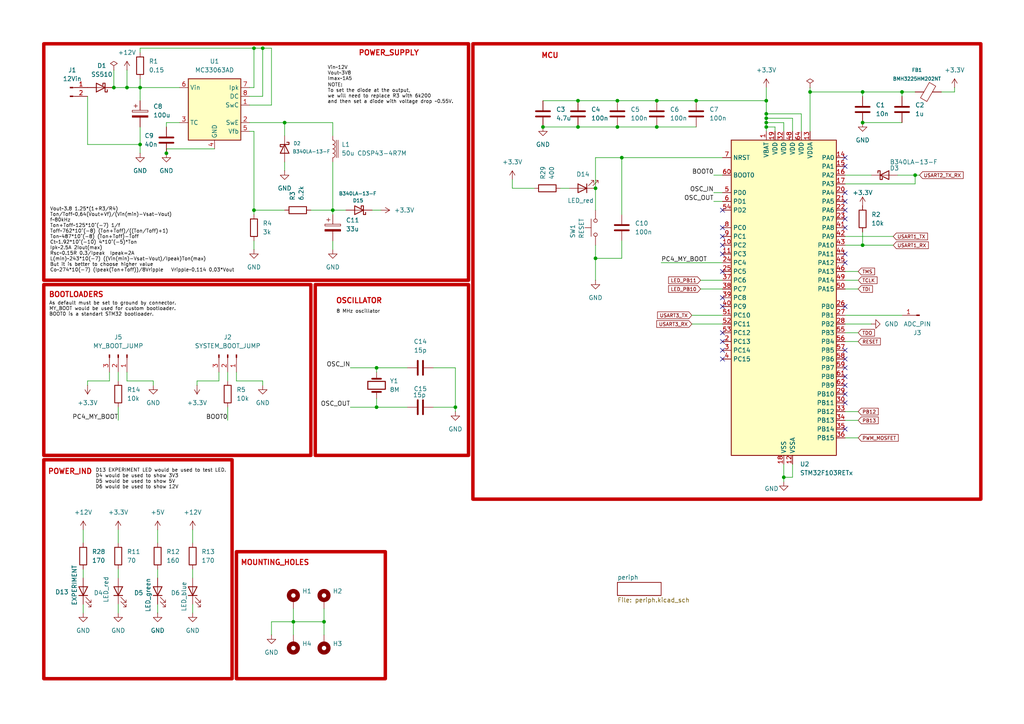
<source format=kicad_sch>
(kicad_sch (version 20250114) (generator "eeschema") (generator_version "9.0")
  (paper "A4")
  (title_block (title "ProgrammLockControl(MCU and power)") (date "2025-11-25") (rev "V2.0") (company "HOMEMADE"))
  (lib_symbols
    (symbol "Connector:Conn_01x01_Pin" (pin_names (offset 1.016) (hide yes))
      (property "Reference" "J" (at 0 2.54 0))
      (property "Value" "Conn_01x01_Pin" (at 0 -2.54 0))
      (symbol "Conn_01x01_Pin_1_1"
        (pin passive line (at 5.08 0 180) (length 3.81) (name "Pin_1") (number "1"))
      )
    )
    (symbol "Connector:Conn_01x02_Pin" (pin_names (offset 1.016) (hide yes))
      (property "Reference" "J" (at 0 2.54 0))
      (property "Value" "Conn_01x02_Pin" (at 0 -5.08 0))
      (symbol "Conn_01x02_Pin_1_1"
        (pin passive line (at 5.08 0 180) (length 3.81) (name "Pin_1") (number "1"))
        (pin passive line (at 5.08 -2.54 180) (length 3.81) (name "Pin_2") (number "2"))
      )
    )
    (symbol "Connector:Conn_01x03_Pin" (pin_names (offset 1.016) (hide yes))
      (property "Reference" "J" (at 0 5.08 0))
      (property "Value" "Conn_01x03_Pin" (at 0 -5.08 0))
      (symbol "Conn_01x03_Pin_1_1"
        (pin passive line (at 5.08 2.54 180) (length 3.81) (name "Pin_1") (number "1"))
        (pin passive line (at 5.08 0 180) (length 3.81) (name "Pin_2") (number "2"))
        (pin passive line (at 5.08 -2.54 180) (length 3.81) (name "Pin_3") (number "3"))
      )
    )
    (symbol "Device:C" (pin_numbers (hide yes)) (pin_names (offset 0.254))
      (property "Reference" "C" (at 0.635 2.54 0))
      (property "Value" "C" (at 0.635 -2.54 0))
      (symbol "C_1_1"
        (pin passive line (at 0 3.81 270) (length 2.794) (name "~") (number "1"))
        (pin passive line (at 0 -3.81 90) (length 2.794) (name "~") (number "2"))
      )
    )
    (symbol "Device:C_Polarized" (pin_numbers (hide yes)) (pin_names (offset 0.254))
      (property "Reference" "C" (at 0.635 2.54 0))
      (property "Value" "C_Polarized" (at 0.635 -2.54 0))
      (symbol "C_Polarized_1_1"
        (pin passive line (at 0 3.81 270) (length 2.794) (name "~") (number "1"))
        (pin passive line (at 0 -3.81 90) (length 2.794) (name "~") (number "2"))
      )
    )
    (symbol "Device:Crystal" (pin_numbers (hide yes)) (pin_names (offset 1.016) (hide yes))
      (property "Reference" "Y" (at 0 3.81 0))
      (property "Value" "Crystal" (at 0 -3.81 0))
      (symbol "Crystal_1_1"
        (pin passive line (at -3.81 0 0) (length 1.27) (name "1") (number "1"))
        (pin passive line (at 3.81 0 180) (length 1.27) (name "2") (number "2"))
      )
    )
    (symbol "Device:FerriteBead" (pin_numbers (hide yes)) (pin_names (offset 0))
      (property "Reference" "FB" (at -3.81 0.635 90))
      (property "Value" "FerriteBead" (at 3.81 0 90))
      (symbol "FerriteBead_1_1"
        (pin passive line (at 0 3.81 270) (length 2.54) (name "~") (number "1"))
        (pin passive line (at 0 -3.81 90) (length 2.54) (name "~") (number "2"))
      )
    )
    (symbol "Device:LED" (pin_numbers (hide yes)) (pin_names (offset 1.016) (hide yes))
      (property "Reference" "D" (at 0 2.54 0))
      (property "Value" "LED" (at 0 -2.54 0))
      (symbol "LED_1_1"
        (pin passive line (at -3.81 0 0) (length 2.54) (name "K") (number "1"))
        (pin passive line (at 3.81 0 180) (length 2.54) (name "A") (number "2"))
      )
    )
    (symbol "Device:L_Iron" (pin_numbers (hide yes)) (pin_names (offset 1.016) (hide yes))
      (property "Reference" "L" (at -1.27 0 90))
      (property "Value" "L_Iron" (at 2.794 0 90))
      (symbol "L_Iron_1_1"
        (pin passive line (at 0 3.81 270) (length 1.27) (name "1") (number "1"))
        (pin passive line (at 0 -3.81 90) (length 1.27) (name "2") (number "2"))
      )
    )
    (symbol "Device:R" (pin_numbers (hide yes)) (pin_names (offset 0))
      (property "Reference" "R" (at 2.032 0 90))
      (property "Value" "R" (at 0 0 90))
      (symbol "R_1_1"
        (pin passive line (at 0 3.81 270) (length 1.27) (name "~") (number "1"))
        (pin passive line (at 0 -3.81 90) (length 1.27) (name "~") (number "2"))
      )
    )
    (symbol "Diode:1N5822" (pin_numbers (hide yes)) (pin_names (offset 1.016) (hide yes))
      (property "Reference" "D" (at 0 2.54 0))
      (property "Value" "1N5822" (at 0 -2.54 0))
      (symbol "1N5822_1_1"
        (pin passive line (at -3.81 0 0) (length 2.54) (name "K") (number "1"))
        (pin passive line (at 3.81 0 180) (length 2.54) (name "A") (number "2"))
      )
    )
    (symbol "Diode:SS38" (pin_numbers (hide yes)) (pin_names (offset 1.016) (hide yes))
      (property "Reference" "D" (at 0 2.54 0))
      (property "Value" "SS38" (at 0 -2.54 0))
      (symbol "SS38_1_1"
        (pin passive line (at -3.81 0 0) (length 2.54) (name "K") (number "1"))
        (pin passive line (at 3.81 0 180) (length 2.54) (name "A") (number "2"))
      )
    )
    (symbol "MCU_ST_STM32F1:STM32F103RETx"
      (property "Reference" "U" (at -15.24 46.99 0))
      (property "Value" "STM32F103RETx" (at 10.16 46.99 0))
      (symbol "STM32F103RETx_1_1"
        (pin input line (at -17.78 40.64 0) (length 2.54) (name "NRST") (number "7"))
        (pin input line (at -17.78 35.56 0) (length 2.54) (name "BOOT0") (number "60"))
        (pin bidirectional line (at -17.78 30.48 0) (length 2.54) (name "PD0") (number "5"))
        (pin bidirectional line (at -17.78 27.94 0) (length 2.54) (name "PD1") (number "6"))
        (pin bidirectional line (at -17.78 25.4 0) (length 2.54) (name "PD2") (number "54"))
        (pin bidirectional line (at -17.78 20.32 0) (length 2.54) (name "PC0") (number "8"))
        (pin bidirectional line (at -17.78 17.78 0) (length 2.54) (name "PC1") (number "9"))
        (pin bidirectional line (at -17.78 15.24 0) (length 2.54) (name "PC2") (number "10"))
        (pin bidirectional line (at -17.78 12.7 0) (length 2.54) (name "PC3") (number "11"))
        (pin bidirectional line (at -17.78 10.16 0) (length 2.54) (name "PC4") (number "24"))
        (pin bidirectional line (at -17.78 7.62 0) (length 2.54) (name "PC5") (number "25"))
        (pin bidirectional line (at -17.78 5.08 0) (length 2.54) (name "PC6") (number "37"))
        (pin bidirectional line (at -17.78 2.54 0) (length 2.54) (name "PC7") (number "38"))
        (pin bidirectional line (at -17.78 0 0) (length 2.54) (name "PC8") (number "39"))
        (pin bidirectional line (at -17.78 -2.54 0) (length 2.54) (name "PC9") (number "40"))
        (pin bidirectional line (at -17.78 -5.08 0) (length 2.54) (name "PC10") (number "51"))
        (pin bidirectional line (at -17.78 -7.62 0) (length 2.54) (name "PC11") (number "52"))
        (pin bidirectional line (at -17.78 -10.16 0) (length 2.54) (name "PC12") (number "53"))
        (pin bidirectional line (at -17.78 -12.7 0) (length 2.54) (name "PC13") (number "2"))
        (pin bidirectional line (at -17.78 -15.24 0) (length 2.54) (name "PC14") (number "3"))
        (pin bidirectional line (at -17.78 -17.78 0) (length 2.54) (name "PC15") (number "4"))
        (pin power_in line (at -5.08 48.26 270) (length 2.54) (name "VBAT") (number "1"))
        (pin power_in line (at -2.54 48.26 270) (length 2.54) (name "VDD") (number "19"))
        (pin power_in line (at 0 48.26 270) (length 2.54) (name "VDD") (number "32"))
        (pin power_in line (at 0 -48.26 90) (length 2.54) (name "VSS") (number "18"))
        (pin passive line (at 0 -48.26 90) (length 2.54) (hide yes) (name "VSS") (number "31"))
        (pin passive line (at 0 -48.26 90) (length 2.54) (hide yes) (name "VSS") (number "47"))
        (pin passive line (at 0 -48.26 90) (length 2.54) (hide yes) (name "VSS") (number "63"))
        (pin power_in line (at 2.54 48.26 270) (length 2.54) (name "VDD") (number "48"))
        (pin power_in line (at 2.54 -48.26 90) (length 2.54) (name "VSSA") (number "12"))
        (pin power_in line (at 5.08 48.26 270) (length 2.54) (name "VDD") (number "64"))
        (pin power_in line (at 7.62 48.26 270) (length 2.54) (name "VDDA") (number "13"))
        (pin bidirectional line (at 17.78 40.64 180) (length 2.54) (name "PA0") (number "14"))
        (pin bidirectional line (at 17.78 38.1 180) (length 2.54) (name "PA1") (number "15"))
        (pin bidirectional line (at 17.78 35.56 180) (length 2.54) (name "PA2") (number "16"))
        (pin bidirectional line (at 17.78 33.02 180) (length 2.54) (name "PA3") (number "17"))
        (pin bidirectional line (at 17.78 30.48 180) (length 2.54) (name "PA4") (number "20"))
        (pin bidirectional line (at 17.78 27.94 180) (length 2.54) (name "PA5") (number "21"))
        (pin bidirectional line (at 17.78 25.4 180) (length 2.54) (name "PA6") (number "22"))
        (pin bidirectional line (at 17.78 22.86 180) (length 2.54) (name "PA7") (number "23"))
        (pin bidirectional line (at 17.78 20.32 180) (length 2.54) (name "PA8") (number "41"))
        (pin bidirectional line (at 17.78 17.78 180) (length 2.54) (name "PA9") (number "42"))
        (pin bidirectional line (at 17.78 15.24 180) (length 2.54) (name "PA10") (number "43"))
        (pin bidirectional line (at 17.78 12.7 180) (length 2.54) (name "PA11") (number "44"))
        (pin bidirectional line (at 17.78 10.16 180) (length 2.54) (name "PA12") (number "45"))
        (pin bidirectional line (at 17.78 7.62 180) (length 2.54) (name "PA13") (number "46"))
        (pin bidirectional line (at 17.78 5.08 180) (length 2.54) (name "PA14") (number "49"))
        (pin bidirectional line (at 17.78 2.54 180) (length 2.54) (name "PA15") (number "50"))
        (pin bidirectional line (at 17.78 -2.54 180) (length 2.54) (name "PB0") (number "26"))
        (pin bidirectional line (at 17.78 -5.08 180) (length 2.54) (name "PB1") (number "27"))
        (pin bidirectional line (at 17.78 -7.62 180) (length 2.54) (name "PB2") (number "28"))
        (pin bidirectional line (at 17.78 -10.16 180) (length 2.54) (name "PB3") (number "55"))
        (pin bidirectional line (at 17.78 -12.7 180) (length 2.54) (name "PB4") (number "56"))
        (pin bidirectional line (at 17.78 -15.24 180) (length 2.54) (name "PB5") (number "57"))
        (pin bidirectional line (at 17.78 -17.78 180) (length 2.54) (name "PB6") (number "58"))
        (pin bidirectional line (at 17.78 -20.32 180) (length 2.54) (name "PB7") (number "59"))
        (pin bidirectional line (at 17.78 -22.86 180) (length 2.54) (name "PB8") (number "61"))
        (pin bidirectional line (at 17.78 -25.4 180) (length 2.54) (name "PB9") (number "62"))
        (pin bidirectional line (at 17.78 -27.94 180) (length 2.54) (name "PB10") (number "29"))
        (pin bidirectional line (at 17.78 -30.48 180) (length 2.54) (name "PB11") (number "30"))
        (pin bidirectional line (at 17.78 -33.02 180) (length 2.54) (name "PB12") (number "33"))
        (pin bidirectional line (at 17.78 -35.56 180) (length 2.54) (name "PB13") (number "34"))
        (pin bidirectional line (at 17.78 -38.1 180) (length 2.54) (name "PB14") (number "35"))
        (pin bidirectional line (at 17.78 -40.64 180) (length 2.54) (name "PB15") (number "36"))
      )
    )
    (symbol "Mechanical:MountingHole_Pad" (pin_numbers (hide yes)) (pin_names (offset 1.016) (hide yes)) (in_bom no)
      (property "Reference" "H" (at 0 6.35 0))
      (property "Value" "MountingHole_Pad" (at 0 4.445 0))
      (symbol "MountingHole_Pad_1_1"
        (pin input line (at 0 -2.54 90) (length 2.54) (name "1") (number "1"))
      )
    )
    (symbol "Regulator_Switching:MC33063AD"
      (property "Reference" "U" (at -7.62 8.89 0))
      (property "Value" "MC33063AD" (at 0 8.89 0))
      (symbol "MC33063AD_1_1"
        (pin power_in line (at -10.16 5.08 0) (length 2.54) (name "Vin") (number "6"))
        (pin passive line (at -10.16 -5.08 0) (length 2.54) (name "TC") (number "3"))
        (pin power_in line (at 0 -12.7 90) (length 2.54) (name "GND") (number "4"))
        (pin input line (at 10.16 5.08 180) (length 2.54) (name "Ipk") (number "7"))
        (pin open_collector line (at 10.16 2.54 180) (length 2.54) (name "DC") (number "8"))
        (pin open_collector line (at 10.16 0 180) (length 2.54) (name "SwC") (number "1"))
        (pin open_emitter line (at 10.16 -5.08 180) (length 2.54) (name "SwE") (number "2"))
        (pin input line (at 10.16 -7.62 180) (length 2.54) (name "Vfb") (number "5"))
      )
    )
    (symbol "Switch:SW_Omron_B3FS" (pin_numbers (hide yes)) (pin_names (offset 1.016) (hide yes))
      (property "Reference" "SW" (at 1.27 2.54 0))
      (property "Value" "SW_Omron_B3FS" (at 0 -1.524 0))
      (symbol "SW_Omron_B3FS_0_1"
        (pin passive line (at -5.08 0 0) (length 2.54) (name "1") (number "1"))
        (pin passive line (at 5.08 0 180) (length 2.54) (name "2") (number "2"))
      )
    )
    (symbol "power:+12V" (power) (pin_numbers (hide yes)) (pin_names (offset 0) (hide yes))
      (property "Value" "+12V" (at 0 3.556 0))
      (symbol "+12V_1_1"
        (pin power_in line (at 0 0 90) (length 0) (name "~") (number "1"))
      )
    )
    (symbol "power:+3.3V" (power) (pin_numbers (hide yes)) (pin_names (offset 0) (hide yes))
      (property "Value" "+3.3V" (at 0 3.556 0))
      (symbol "+3.3V_1_1"
        (pin power_in line (at 0 0 90) (length 0) (name "~") (number "1"))
      )
    )
    (symbol "power:+5V" (power) (pin_numbers (hide yes)) (pin_names (offset 0) (hide yes))
      (property "Value" "+5V" (at 0 3.556 0))
      (symbol "+5V_1_1"
        (pin power_in line (at 0 0 90) (length 0) (name "~") (number "1"))
      )
    )
    (symbol "power:GND" (power) (pin_numbers (hide yes)) (pin_names (offset 0) (hide yes))
      (property "Value" "GND" (at 0 -3.81 0))
      (symbol "GND_1_1"
        (pin power_in line (at 0 0 270) (length 0) (name "~") (number "1"))
      )
    )
    (symbol "power:PWR_FLAG" (power) (pin_numbers (hide yes)) (pin_names (offset 0) (hide yes))
      (property "Value" "PWR_FLAG" (at 0 3.81 0))
      (symbol "PWR_FLAG_0_0"
        (pin power_out line (at 0 0 90) (length 0) (name "~") (number "1"))
      )
    )
  )
  (rectangle (start 12.7 82.55) (end 90.17 132.08) (stroke (width 1) (color 194 0 0 1)))
  (rectangle (start 91.44 82.55) (end 135.89 132.08) (stroke (width 1) (color 194 0 0 1)))
  (rectangle (start 137.16 12.7) (end 284.48 144.78) (stroke (width 1) (color 194 0 0 1)))
  (rectangle (start 68.58 160.02) (end 111.76 196.85) (stroke (width 1) (color 194 0 0 1)))
  (rectangle (start 12.7 12.7) (end 135.89 81.28) (stroke (width 1) (color 194 0 0 1)))
  (rectangle (start 12.7 133.35) (end 67.31 196.85) (stroke (width 1) (color 194 0 0 1)))
  (text "Vin~12V\nVout~3V8\nImax~1A5" (at 94.996 21.336 0) (effects (font (size 1 1) (thickness 0.125)) (justify left)))
  (text "MOUNTING_HOLES\n" (at 79.756 163.322 0) (effects (font (size 1.5 1.5) (thickness 0.3) (bold yes))))
  (text "D13 EXPERIMENT LED would be used to test LED.\nD4 would be used to show 3V3\nD5 would be used to show 5V\nD6 would be used to show 12V" (at 27.686 138.938 0) (effects (font (size 1 1) (thickness 0.125)) (justify left)))
  (text "POWER_IND" (at 20.32 136.906 0) (effects (font (size 1.5 1.5) (thickness 0.3) (bold yes))))
  (text "MCU" (at 159.512 16.256 0) (effects (font (size 1.5 1.5) (thickness 0.3) (bold yes))))
  (text "NOTE:\nTo set the diode at the output, \nwe will need to replace R3 with 6k200\nand then set a diode with voltage drop ~0.55V.\n" (at 94.996 27.178 0) (effects (font (size 1 1) (thickness 0.125)) (justify left)))
  (text "Vout~3.8 1.25*(1+R3/R4)\nTon/Toff~0,64(Vout+Vf)/(Vin(min)-Vsat-Vout)\nf~80kHz\nTon+Toff~125*10^(-7) 1/f\nToff~762*10^(-8) (Ton+Toff)/((Ton/Toff)+1)\nTon~487*10^(-8) (Ton+Toff)-Toff\nCt~1.92*10^(-10) 4*10^(-5)*Ton\nIpk~2.5A 2Iout(max)\nRsc~0.15R 0.3/Ipeak  Ipeak=2A\nL(min)~243*10(-7) ((Vin(min)-Vsat-Vout)/Ipeak)Ton(max) \nBut it is better to choose higher value\nCo~274*10(-7) (Ipeak(Ton+Toff))/8Vripple   Vripple~0,114 0,03*Vout\n" (at 14.478 69.596 0) (effects (font (size 1 1) (thickness 0.125)) (justify left)))
  (text "OSCILLATOR" (at 104.14 87.376 0) (effects (font (size 1.5 1.5) (thickness 0.3) (bold yes))))
  (text "BOOTLOADERS" (at 22.098 85.598 0) (effects (font (size 1.5 1.5) (thickness 0.3) (bold yes))))
  (text "As default must be set to ground by connector.\nMY_BOOT would be used for custom bootloader. \nBOOT0 is a standart STM32 bootloader." (at 14.224 89.662 0) (effects (font (size 1 1) (thickness 0.125)) (justify left)))
  (text "POWER_SUPPLY" (at 112.776 15.494 0) (effects (font (size 1.5 1.5) (thickness 0.3) (bold yes))))
  (text "8 MHz oscillator" (at 97.536 90.424 0) (effects (font (size 1 1) (thickness 0.125)) (justify left)))
  (junction (at 261.62 26.67))
  (junction (at 172.72 74.93))
  (junction (at 222.25 35.56))
  (junction (at 265.43 50.8))
  (junction (at 222.25 33.02))
  (junction (at 132.08 118.11))
  (junction (at 172.72 54.61))
  (junction (at 167.64 36.83))
  (junction (at 250.19 71.12))
  (junction (at 234.95 26.67))
  (junction (at 222.25 34.29))
  (junction (at 180.34 45.72))
  (junction (at 93.98 180.34))
  (junction (at 179.07 36.83))
  (junction (at 40.64 25.4))
  (junction (at 76.2 13.97))
  (junction (at 82.55 35.56))
  (junction (at 109.22 118.11))
  (junction (at 48.26 44.45))
  (junction (at 109.22 106.68))
  (junction (at 167.64 29.21))
  (junction (at 96.52 60.96))
  (junction (at 40.64 41.91))
  (junction (at 227.33 138.43))
  (junction (at 33.02 25.4))
  (junction (at 201.93 29.21))
  (junction (at 250.19 35.56))
  (junction (at 73.66 13.97))
  (junction (at 73.66 60.96))
  (junction (at 190.5 29.21))
  (junction (at 222.25 36.83))
  (junction (at 250.19 26.67))
  (junction (at 222.25 29.21))
  (junction (at 190.5 36.83))
  (junction (at 36.83 25.4))
  (junction (at 157.48 36.83))
  (junction (at 85.09 180.34))
  (junction (at 179.07 29.21))
  (no_connect (at 209.55 104.14))
  (no_connect (at 245.11 114.3))
  (no_connect (at 245.11 124.46))
  (no_connect (at 209.55 86.36))
  (no_connect (at 209.55 60.96))
  (no_connect (at 245.11 55.88))
  (no_connect (at 245.11 63.5))
  (no_connect (at 245.11 73.66))
  (no_connect (at 209.55 101.6))
  (no_connect (at 209.55 78.74))
  (no_connect (at 245.11 109.22))
  (no_connect (at 245.11 76.2))
  (no_connect (at 245.11 101.6))
  (no_connect (at 209.55 96.52))
  (no_connect (at 245.11 111.76))
  (no_connect (at 245.11 58.42))
  (no_connect (at 209.55 66.04))
  (no_connect (at 209.55 99.06))
  (no_connect (at 245.11 88.9))
  (no_connect (at 209.55 73.66))
  (no_connect (at 245.11 45.72))
  (no_connect (at 245.11 116.84))
  (no_connect (at 209.55 88.9))
  (no_connect (at 245.11 106.68))
  (no_connect (at 245.11 66.04))
  (no_connect (at 209.55 71.12))
  (no_connect (at 245.11 60.96))
  (no_connect (at 245.11 104.14))
  (no_connect (at 209.55 68.58))
  (no_connect (at 245.11 48.26))
  (wire (pts (xy 109.22 106.68) (xy 118.11 106.68)))
  (wire (pts (xy 167.64 36.83) (xy 179.07 36.83)))
  (wire (pts (xy 73.66 69.85) (xy 73.66 72.39)))
  (wire (pts (xy 191.77 76.2) (xy 209.55 76.2)))
  (wire (pts (xy 109.22 118.11) (xy 109.22 115.57)))
  (wire (pts (xy 227.33 138.43) (xy 227.33 139.7)))
  (wire (pts (xy 250.19 26.67) (xy 250.19 27.94)))
  (wire (pts (xy 82.55 60.96) (xy 73.66 60.96)))
  (wire (pts (xy 179.07 29.21) (xy 167.64 29.21)))
  (wire (pts (xy 157.48 36.83) (xy 167.64 36.83)))
  (wire (pts (xy 203.2 83.82) (xy 209.55 83.82)))
  (wire (pts (xy 224.79 38.1) (xy 224.79 36.83)))
  (wire (pts (xy 148.59 52.07) (xy 148.59 54.61)))
  (wire (pts (xy 203.2 81.28) (xy 209.55 81.28)))
  (wire (pts (xy 200.66 93.98) (xy 209.55 93.98)))
  (wire (pts (xy 245.11 68.58) (xy 259.08 68.58)))
  (wire (pts (xy 229.87 34.29) (xy 222.25 34.29)))
  (wire (pts (xy 48.26 43.18) (xy 62.23 43.18)))
  (wire (pts (xy 25.4 110.49) (xy 31.75 110.49)))
  (wire (pts (xy 273.05 26.67) (xy 276.86 26.67)))
  (wire (pts (xy 245.11 119.38) (xy 248.92 119.38)))
  (wire (pts (xy 109.22 118.11) (xy 118.11 118.11)))
  (wire (pts (xy 66.04 118.11) (xy 66.04 121.92)))
  (wire (pts (xy 73.66 13.97) (xy 76.2 13.97)))
  (wire (pts (xy 85.09 180.34) (xy 93.98 180.34)))
  (wire (pts (xy 227.33 134.62) (xy 227.33 138.43)))
  (wire (pts (xy 76.2 110.49) (xy 76.2 111.76)))
  (wire (pts (xy 76.2 27.94) (xy 72.39 27.94)))
  (wire (pts (xy 68.58 107.95) (xy 68.58 110.49)))
  (wire (pts (xy 107.95 60.96) (xy 110.49 60.96)))
  (wire (pts (xy 265.43 50.8) (xy 266.7 50.8)))
  (wire (pts (xy 101.6 106.68) (xy 109.22 106.68)))
  (wire (pts (xy 260.35 50.8) (xy 265.43 50.8)))
  (wire (pts (xy 234.95 26.67) (xy 234.95 38.1)))
  (wire (pts (xy 172.72 74.93) (xy 172.72 81.28)))
  (wire (pts (xy 33.02 25.4) (xy 36.83 25.4)))
  (wire (pts (xy 222.25 25.4) (xy 222.25 29.21)))
  (wire (pts (xy 172.72 45.72) (xy 172.72 54.61)))
  (wire (pts (xy 245.11 78.74) (xy 248.92 78.74)))
  (wire (pts (xy 55.88 165.1) (xy 55.88 167.64)))
  (wire (pts (xy 55.88 175.26) (xy 55.88 177.8)))
  (wire (pts (xy 245.11 53.34) (xy 265.43 53.34)))
  (wire (pts (xy 25.4 111.76) (xy 25.4 110.49)))
  (wire (pts (xy 245.11 71.12) (xy 250.19 71.12)))
  (wire (pts (xy 31.75 110.49) (xy 31.75 107.95)))
  (wire (pts (xy 40.64 29.21) (xy 40.64 25.4)))
  (wire (pts (xy 24.13 153.67) (xy 24.13 157.48)))
  (wire (pts (xy 222.25 29.21) (xy 201.93 29.21)))
  (wire (pts (xy 227.33 38.1) (xy 227.33 35.56)))
  (wire (pts (xy 48.26 35.56) (xy 52.07 35.56)))
  (wire (pts (xy 93.98 180.34) (xy 93.98 176.53)))
  (wire (pts (xy 172.72 45.72) (xy 180.34 45.72)))
  (wire (pts (xy 276.86 25.4) (xy 276.86 26.67)))
  (wire (pts (xy 190.5 29.21) (xy 179.07 29.21)))
  (wire (pts (xy 109.22 107.95) (xy 109.22 106.68)))
  (wire (pts (xy 45.72 153.67) (xy 45.72 157.48)))
  (wire (pts (xy 40.64 13.97) (xy 73.66 13.97)))
  (wire (pts (xy 24.13 175.26) (xy 24.13 177.8)))
  (wire (pts (xy 148.59 54.61) (xy 154.94 54.61)))
  (wire (pts (xy 25.4 27.94) (xy 25.4 41.91)))
  (wire (pts (xy 82.55 35.56) (xy 82.55 39.37)))
  (wire (pts (xy 73.66 38.1) (xy 72.39 38.1)))
  (wire (pts (xy 96.52 60.96) (xy 100.33 60.96)))
  (wire (pts (xy 234.95 25.4) (xy 234.95 26.67)))
  (wire (pts (xy 180.34 62.23) (xy 180.34 45.72)))
  (wire (pts (xy 245.11 121.92) (xy 248.92 121.92)))
  (wire (pts (xy 44.45 110.49) (xy 44.45 111.76)))
  (wire (pts (xy 48.26 36.83) (xy 48.26 35.56)))
  (wire (pts (xy 34.29 107.95) (xy 34.29 110.49)))
  (wire (pts (xy 232.41 33.02) (xy 222.25 33.02)))
  (wire (pts (xy 82.55 35.56) (xy 96.52 35.56)))
  (wire (pts (xy 162.56 54.61) (xy 165.1 54.61)))
  (wire (pts (xy 57.15 110.49) (xy 63.5 110.49)))
  (wire (pts (xy 132.08 118.11) (xy 132.08 119.38)))
  (wire (pts (xy 76.2 13.97) (xy 76.2 27.94)))
  (wire (pts (xy 250.19 26.67) (xy 234.95 26.67)))
  (wire (pts (xy 96.52 72.39) (xy 96.52 69.85)))
  (wire (pts (xy 229.87 38.1) (xy 229.87 34.29)))
  (wire (pts (xy 34.29 165.1) (xy 34.29 167.64)))
  (wire (pts (xy 40.64 36.83) (xy 40.64 41.91)))
  (wire (pts (xy 222.25 34.29) (xy 222.25 35.56)))
  (wire (pts (xy 34.29 153.67) (xy 34.29 157.48)))
  (wire (pts (xy 125.73 106.68) (xy 132.08 106.68)))
  (wire (pts (xy 40.64 41.91) (xy 40.64 44.45)))
  (wire (pts (xy 76.2 13.97) (xy 78.74 13.97)))
  (wire (pts (xy 93.98 180.34) (xy 93.98 184.15)))
  (wire (pts (xy 222.25 33.02) (xy 222.25 34.29)))
  (wire (pts (xy 125.73 118.11) (xy 132.08 118.11)))
  (wire (pts (xy 172.72 54.61) (xy 172.72 60.96)))
  (wire (pts (xy 229.87 138.43) (xy 229.87 134.62)))
  (wire (pts (xy 172.72 71.12) (xy 172.72 74.93)))
  (wire (pts (xy 73.66 60.96) (xy 73.66 38.1)))
  (wire (pts (xy 96.52 46.99) (xy 96.52 60.96)))
  (wire (pts (xy 101.6 118.11) (xy 109.22 118.11)))
  (wire (pts (xy 48.26 43.18) (xy 48.26 44.45)))
  (wire (pts (xy 245.11 91.44) (xy 261.62 91.44)))
  (wire (pts (xy 265.43 26.67) (xy 261.62 26.67)))
  (wire (pts (xy 245.11 93.98) (xy 252.73 93.98)))
  (wire (pts (xy 245.11 127) (xy 248.92 127)))
  (wire (pts (xy 132.08 106.68) (xy 132.08 118.11)))
  (wire (pts (xy 57.15 111.76) (xy 57.15 110.49)))
  (wire (pts (xy 90.17 60.96) (xy 96.52 60.96)))
  (wire (pts (xy 40.64 25.4) (xy 52.07 25.4)))
  (wire (pts (xy 78.74 30.48) (xy 72.39 30.48)))
  (wire (pts (xy 245.11 81.28) (xy 248.92 81.28)))
  (wire (pts (xy 222.25 29.21) (xy 222.25 33.02)))
  (wire (pts (xy 261.62 26.67) (xy 261.62 27.94)))
  (wire (pts (xy 85.09 180.34) (xy 85.09 176.53)))
  (wire (pts (xy 25.4 41.91) (xy 40.64 41.91)))
  (wire (pts (xy 82.55 46.99) (xy 82.55 49.53)))
  (wire (pts (xy 207.01 55.88) (xy 209.55 55.88)))
  (wire (pts (xy 250.19 71.12) (xy 259.08 71.12)))
  (wire (pts (xy 180.34 45.72) (xy 209.55 45.72)))
  (wire (pts (xy 245.11 83.82) (xy 248.92 83.82)))
  (wire (pts (xy 245.11 96.52) (xy 248.92 96.52)))
  (wire (pts (xy 190.5 36.83) (xy 201.93 36.83)))
  (wire (pts (xy 40.64 13.97) (xy 40.64 15.24)))
  (wire (pts (xy 245.11 50.8) (xy 252.73 50.8)))
  (wire (pts (xy 68.58 110.49) (xy 76.2 110.49)))
  (wire (pts (xy 34.29 175.26) (xy 34.29 177.8)))
  (wire (pts (xy 222.25 35.56) (xy 222.25 36.83)))
  (wire (pts (xy 265.43 50.8) (xy 265.43 53.34)))
  (wire (pts (xy 96.52 62.23) (xy 96.52 60.96)))
  (wire (pts (xy 34.29 118.11) (xy 34.29 121.92)))
  (wire (pts (xy 180.34 69.85) (xy 180.34 74.93)))
  (wire (pts (xy 78.74 180.34) (xy 85.09 180.34)))
  (wire (pts (xy 78.74 13.97) (xy 78.74 30.48)))
  (wire (pts (xy 96.52 35.56) (xy 96.52 39.37)))
  (wire (pts (xy 45.72 175.26) (xy 45.72 177.8)))
  (wire (pts (xy 167.64 29.21) (xy 157.48 29.21)))
  (wire (pts (xy 63.5 110.49) (xy 63.5 107.95)))
  (wire (pts (xy 45.72 165.1) (xy 45.72 167.64)))
  (wire (pts (xy 36.83 107.95) (xy 36.83 110.49)))
  (wire (pts (xy 66.04 107.95) (xy 66.04 110.49)))
  (wire (pts (xy 36.83 25.4) (xy 40.64 25.4)))
  (wire (pts (xy 207.01 50.8) (xy 209.55 50.8)))
  (wire (pts (xy 40.64 25.4) (xy 40.64 22.86)))
  (wire (pts (xy 227.33 35.56) (xy 222.25 35.56)))
  (wire (pts (xy 227.33 138.43) (xy 229.87 138.43)))
  (wire (pts (xy 222.25 36.83) (xy 222.25 38.1)))
  (wire (pts (xy 224.79 36.83) (xy 222.25 36.83)))
  (wire (pts (xy 36.83 20.32) (xy 36.83 25.4)))
  (wire (pts (xy 180.34 74.93) (xy 172.72 74.93)))
  (wire (pts (xy 55.88 153.67) (xy 55.88 157.48)))
  (wire (pts (xy 179.07 36.83) (xy 190.5 36.83)))
  (wire (pts (xy 36.83 110.49) (xy 44.45 110.49)))
  (wire (pts (xy 207.01 58.42) (xy 209.55 58.42)))
  (wire (pts (xy 232.41 38.1) (xy 232.41 33.02)))
  (wire (pts (xy 78.74 184.15) (xy 78.74 180.34)))
  (wire (pts (xy 24.13 165.1) (xy 24.13 167.64)))
  (wire (pts (xy 261.62 26.67) (xy 250.19 26.67)))
  (wire (pts (xy 33.02 20.32) (xy 33.02 25.4)))
  (wire (pts (xy 85.09 180.34) (xy 85.09 184.15)))
  (wire (pts (xy 200.66 91.44) (xy 209.55 91.44)))
  (wire (pts (xy 245.11 99.06) (xy 248.92 99.06)))
  (wire (pts (xy 261.62 35.56) (xy 250.19 35.56)))
  (wire (pts (xy 250.19 67.31) (xy 250.19 71.12)))
  (wire (pts (xy 72.39 35.56) (xy 82.55 35.56)))
  (wire (pts (xy 201.93 29.21) (xy 190.5 29.21)))
  (wire (pts (xy 73.66 60.96) (xy 73.66 62.23)))
  (wire (pts (xy 73.66 25.4) (xy 72.39 25.4)))
  (wire (pts (xy 73.66 13.97) (xy 73.66 25.4)))
  (label "OSC_OUT" (at 207.01 58.42 180))
  (label "OSC_OUT" (at 101.6 118.11 180))
  (label "PC4_MY_BOOT" (at 191.77 76.2 0))
  (label "BOOT0" (at 66.04 121.92 180))
  (label "PC4_MY_BOOT" (at 34.29 121.92 180))
  (label "BOOT0" (at 207.01 50.8 180))
  (label "OSC_IN" (at 207.01 55.88 180))
  (label "OSC_IN" (at 101.6 106.68 180))
  (global_label "LED_PB10" (shape input) (at 203.2 83.82 180) (effects (font (size 1 1))) (property "Intersheetrefs" "${INTERSHEET_REFS}" (effects (hide yes))))
  (global_label "USART1_TX" (shape input) (at 259.08 68.58 0) (effects (font (size 1 1))) (property "Intersheetrefs" "${INTERSHEET_REFS}" (effects (hide yes))))
  (global_label "USART3_RX" (shape input) (at 200.66 93.98 180) (effects (font (size 1 1))) (property "Intersheetrefs" "${INTERSHEET_REFS}" (effects (hide yes))))
  (global_label "TDO" (shape input) (at 248.92 96.52 0) (effects (font (size 1 1))) (property "Intersheetrefs" "${INTERSHEET_REFS}" (effects (hide yes))))
  (global_label "PB12" (shape input) (at 248.92 119.38 0) (effects (font (size 1 1))) (property "Intersheetrefs" "${INTERSHEET_REFS}" (effects (hide yes))))
  (global_label "TMS" (shape input) (at 248.92 78.74 0) (effects (font (size 1 1))) (property "Intersheetrefs" "${INTERSHEET_REFS}" (effects (hide yes))))
  (global_label "TDI" (shape input) (at 248.92 83.82 0) (effects (font (size 1 1))) (property "Intersheetrefs" "${INTERSHEET_REFS}" (effects (hide yes))))
  (global_label "PB13" (shape input) (at 248.92 121.92 0) (effects (font (size 1 1))) (property "Intersheetrefs" "${INTERSHEET_REFS}" (effects (hide yes))))
  (global_label "PWM_MOSFET" (shape input) (at 248.92 127 0) (effects (font (size 1 1))) (property "Intersheetrefs" "${INTERSHEET_REFS}" (effects (hide yes))))
  (global_label "RESET" (shape input) (at 248.92 99.06 0) (effects (font (size 1 1))) (property "Intersheetrefs" "${INTERSHEET_REFS}" (effects (hide yes))))
  (global_label "LED_PB11" (shape input) (at 203.2 81.28 180) (effects (font (size 1 1))) (property "Intersheetrefs" "${INTERSHEET_REFS}" (effects (hide yes))))
  (global_label "USART1_RX" (shape input) (at 259.08 71.12 0) (effects (font (size 1 1))) (property "Intersheetrefs" "${INTERSHEET_REFS}" (effects (hide yes))))
  (global_label "TCLK" (shape input) (at 248.92 81.28 0) (effects (font (size 1 1))) (property "Intersheetrefs" "${INTERSHEET_REFS}" (effects (hide yes))))
  (global_label "USART3_TX" (shape input) (at 200.66 91.44 180) (effects (font (size 1 1))) (property "Intersheetrefs" "${INTERSHEET_REFS}" (effects (hide yes))))
  (global_label "USART2_TX_RX" (shape input) (at 266.7 50.8 0) (effects (font (size 1 1))) (property "Intersheetrefs" "${INTERSHEET_REFS}" (effects (hide yes))))
  (symbol (lib_id "Device:R") (at 40.64 19.05 0) (unit 1)
    (property "Reference" "R1" (at 43.18 17.7799 0) (effects (justify left)))
    (property "Value" "0.15" (at 43.18 20.3199 0) (effects (justify left)))
    (property "Footprint" "Resistor_SMD:R_2010_5025Metric_Pad1.40x2.65mm_HandSolder" (effects (hide yes)))
    (property "Description" "Resistor" (effects (hide yes)))
  )
  (symbol (lib_id "power:+12V") (at 24.13 153.67 0) (unit 1)
    (property "Reference" "#PWR055" (effects (hide yes)))
    (property "Value" "+12V" (at 24.13 148.59 0))
    (property "Description" "Power symbol creates a global label with name \"+12V\"" (effects (hide yes)))
  )
  (symbol (lib_id "power:GND") (at 157.48 36.83 0) (unit 1)
    (property "Reference" "#PWR05" (effects (hide yes)))
    (property "Value" "GND" (at 157.48 41.91 0))
    (property "Description" "Power symbol creates a global label with name \"GND\" , ground" (effects (hide yes)))
  )
  (symbol (lib_id "Device:C") (at 201.93 33.02 0) (unit 1)
    (property "Reference" "C7" (at 205.74 31.7499 0) (effects (justify left)))
    (property "Value" "100n" (at 205.74 34.2899 0) (effects (justify left)))
    (property "Footprint" "Capacitor_SMD:C_1206_3216Metric_Pad1.33x1.80mm_HandSolder" (effects (hide yes)))
    (property "Description" "Unpolarized capacitor" (effects (hide yes)))
  )
  (symbol (lib_id "Device:R") (at 66.04 114.3 0) (unit 1)
    (property "Reference" "R5" (at 68.58 113.0299 0) (effects (justify left)))
    (property "Value" "10k" (at 68.58 115.5699 0) (effects (justify left)))
    (property "Footprint" "Resistor_SMD:R_1206_3216Metric_Pad1.30x1.75mm_HandSolder" (effects (hide yes)))
    (property "Description" "Resistor" (effects (hide yes)))
  )
  (symbol (lib_id "power:GND") (at 44.45 111.76 0) (unit 1)
    (property "Reference" "#PWR028" (effects (hide yes)))
    (property "Value" "GND" (at 44.45 116.84 0))
    (property "Description" "Power symbol creates a global label with name \"GND\" , ground" (effects (hide yes)))
  )
  (symbol (lib_id "power:GND") (at 252.73 93.98 90) (unit 1)
    (property "Reference" "#PWR016" (effects (hide yes)))
    (property "Value" "GND" (at 256.54 93.9799 90) (effects (justify right)))
    (property "Description" "Power symbol creates a global label with name \"GND\" , ground" (effects (hide yes)))
  )
  (symbol (lib_id "power:+3.3V") (at 57.15 111.76 180) (unit 1)
    (property "Reference" "#PWR014" (effects (hide yes)))
    (property "Value" "+3.3V" (at 57.15 116.84 0))
    (property "Description" "Power symbol creates a global label with name \"+3.3V\"" (effects (hide yes)))
  )
  (symbol (lib_id "Device:C") (at 179.07 33.02 0) (unit 1)
    (property "Reference" "C5" (at 182.88 31.7499 0) (effects (justify left)))
    (property "Value" "100n" (at 182.88 34.2899 0) (effects (justify left)))
    (property "Footprint" "Capacitor_SMD:C_1206_3216Metric_Pad1.33x1.80mm_HandSolder" (effects (hide yes)))
    (property "Description" "Unpolarized capacitor" (effects (hide yes)))
  )
  (symbol (lib_id "Regulator_Switching:MC33063AD") (at 62.23 30.48 0) (unit 1)
    (property "Reference" "U1" (at 62.23 17.78 0))
    (property "Value" "MC33063AD" (at 62.23 20.32 0))
    (property "Footprint" "Package_SO:SO-8_3.9x4.9mm_P1.27mm" (effects (hide yes)))
    (property "Datasheet" "http://www.onsemi.com/pub_link/Collateral/MC34063A-D.PDF" (effects (hide yes)))
    (property "Description" "1.5A, step-up/down/inverting switching regulator, 3-40V Vin, 100kHz, SO-8" (effects (hide yes)))
  )
  (symbol (lib_id "Diode:1N5822") (at 82.55 43.18 270) (unit 1)
    (property "Reference" "D2" (at 85.09 41.5924 90) (effects (font (size 1 1)) (justify left)))
    (property "Value" "B340LA-13-F" (at 84.836 43.942 90) (effects (font (size 1 1)) (justify left)))
    (property "Footprint" "Diode_SMD:D_SMA_Handsoldering" (effects (hide yes)))
    (property "Datasheet" "http://www.vishay.com/docs/88526/1n5820.pdf" (effects (hide yes)))
    (property "Description" "40V 3A Schottky Barrier Rectifier Diode, DO-201AD" (effects (hide yes)))
  )
  (symbol (lib_id "power:+12V") (at 55.88 153.67 0) (unit 1)
    (property "Reference" "#PWR026" (effects (hide yes)))
    (property "Value" "+12V" (at 55.88 148.59 0))
    (property "Description" "Power symbol creates a global label with name \"+12V\"" (effects (hide yes)))
  )
  (symbol (lib_id "Device:C") (at 250.19 31.75 0) (unit 1)
    (property "Reference" "C1" (at 254 30.4799 0) (effects (justify left)))
    (property "Value" "10n" (at 254 33.0199 0) (effects (justify left)))
    (property "Footprint" "Capacitor_SMD:C_1206_3216Metric_Pad1.33x1.80mm_HandSolder" (effects (hide yes)))
    (property "Description" "Unpolarized capacitor" (effects (hide yes)))
  )
  (symbol (lib_id "Device:LED") (at 168.91 54.61 180) (unit 1)
    (property "Reference" "D14" (at 167.132 50.546 0) (effects (justify right)))
    (property "Value" "LED_red" (at 164.592 58.166 0) (effects (justify right)))
    (property "Footprint" "LED_SMD:LED_1206_3216Metric_Pad1.42x1.75mm_HandSolder" (effects (hide yes)))
    (property "Description" "Light emitting diode" (effects (hide yes)))
    (property "Sim.Pins" "1=K 2=A" (effects (hide yes)))
  )
  (symbol (lib_id "Device:LED") (at 55.88 171.45 90) (unit 1)
    (property "Reference" "D6" (at 49.53 171.958 90) (effects (justify right)))
    (property "Value" "LED_blue" (at 53.34 168.656 0) (effects (justify right)))
    (property "Footprint" "LED_SMD:LED_1206_3216Metric_Pad1.42x1.75mm_HandSolder" (effects (hide yes)))
    (property "Description" "Light emitting diode" (effects (hide yes)))
    (property "Sim.Pins" "1=K 2=A" (effects (hide yes)))
  )
  (symbol (lib_id "Device:R") (at 24.13 161.29 0) (unit 1)
    (property "Reference" "R28" (at 26.67 160.0199 0) (effects (justify left)))
    (property "Value" "170" (at 26.67 162.5599 0) (effects (justify left)))
    (property "Footprint" "Resistor_SMD:R_1206_3216Metric_Pad1.30x1.75mm_HandSolder" (effects (hide yes)))
    (property "Description" "Resistor" (effects (hide yes)))
  )
  (symbol (lib_id "Device:R") (at 55.88 161.29 0) (unit 1)
    (property "Reference" "R13" (at 58.42 160.0199 0) (effects (justify left)))
    (property "Value" "170" (at 58.42 162.5599 0) (effects (justify left)))
    (property "Footprint" "Resistor_SMD:R_1206_3216Metric_Pad1.30x1.75mm_HandSolder" (effects (hide yes)))
    (property "Description" "Resistor" (effects (hide yes)))
  )
  (symbol (lib_id "power:+3.3V") (at 34.29 153.67 0) (unit 1)
    (property "Reference" "#PWR024" (effects (hide yes)))
    (property "Value" "+3.3V" (at 34.29 148.59 0))
    (property "Description" "Power symbol creates a global label with name \"+3.3V\"" (effects (hide yes)))
  )
  (symbol (lib_id "Mechanical:MountingHole_Pad") (at 93.98 186.69 180) (unit 1) (in_bom no)
    (property "Reference" "H3" (at 96.52 186.6899 0) (effects (justify right)))
    (property "Value" "MountingHole_Pad" (effects (hide yes)))
    (property "Footprint" "MountingHole:MountingHole_3.2mm_M3_Pad_Via" (effects (hide yes)))
    (property "Description" "Mounting Hole with connection" (effects (hide yes)))
  )
  (symbol (lib_id "Device:R") (at 34.29 114.3 0) (unit 1)
    (property "Reference" "R14" (at 36.83 113.0299 0) (effects (justify left)))
    (property "Value" "10k" (at 36.83 115.5699 0) (effects (justify left)))
    (property "Footprint" "Resistor_SMD:R_1206_3216Metric_Pad1.30x1.75mm_HandSolder" (effects (hide yes)))
    (property "Description" "Resistor" (effects (hide yes)))
  )
  (symbol (lib_id "Mechanical:MountingHole_Pad") (at 85.09 186.69 180) (unit 1) (in_bom no)
    (property "Reference" "H4" (at 87.63 186.6899 0) (effects (justify right)))
    (property "Value" "MountingHole_Pad" (effects (hide yes)))
    (property "Footprint" "MountingHole:MountingHole_3.2mm_M3_Pad_Via" (effects (hide yes)))
    (property "Description" "Mounting Hole with connection" (effects (hide yes)))
  )
  (symbol (lib_id "Connector:Conn_01x03_Pin") (at 34.29 102.87 270) (unit 1)
    (property "Reference" "J5" (at 34.29 97.79 90))
    (property "Value" "MY_BOOT_JUMP" (at 34.29 100.33 90))
    (property "Footprint" "Connector_PinHeader_2.54mm:PinHeader_1x03_P2.54mm_Vertical" (effects (hide yes)))
    (property "Description" "Generic connector, single row, 01x03, script generated" (effects (hide yes)))
  )
  (symbol (lib_id "power:GND") (at 250.19 35.56 0) (unit 1)
    (property "Reference" "#PWR04" (effects (hide yes)))
    (property "Value" "GND" (at 250.19 40.64 0))
    (property "Description" "Power symbol creates a global label with name \"GND\" , ground" (effects (hide yes)))
  )
  (symbol (lib_id "Device:C_Polarized") (at 96.52 66.04 0) (unit 1)
    (property "Reference" "C11" (at 100.33 63.8809 0) (effects (justify left)))
    (property "Value" "33u" (at 100.33 66.4209 0) (effects (justify left)))
    (property "Footprint" "Capacitor_SMD:CP_Elec_6.3x5.4" (effects (hide yes)))
    (property "Description" "Polarized capacitor" (effects (hide yes)))
  )
  (symbol (lib_id "Device:C") (at 121.92 118.11 90) (unit 1)
    (property "Reference" "C15" (at 121.92 112.776 90))
    (property "Value" "15p" (at 121.666 114.554 90))
    (property "Footprint" "Capacitor_SMD:C_1206_3216Metric_Pad1.33x1.80mm_HandSolder" (effects (hide yes)))
    (property "Description" "Ceramic" (effects (hide yes)))
  )
  (symbol (lib_id "Device:C_Polarized") (at 40.64 33.02 0) (unit 1)
    (property "Reference" "C8" (at 44.45 30.8609 0) (effects (justify left)))
    (property "Value" "100u" (at 44.45 33.4009 0) (effects (justify left)))
    (property "Footprint" "Capacitor_SMD:CP_Elec_6.3x5.4" (effects (hide yes)))
    (property "Description" "Polarized capacitor" (effects (hide yes)))
  )
  (symbol (lib_id "power:GND") (at 40.64 44.45 0) (unit 1)
    (property "Reference" "#PWR06" (effects (hide yes)))
    (property "Value" "GND" (at 40.64 49.53 0))
    (property "Description" "Power symbol creates a global label with name \"GND\" , ground" (effects (hide yes)))
  )
  (symbol (lib_id "power:GND") (at 172.72 81.28 0) (unit 1)
    (property "Reference" "#PWR011" (effects (hide yes)))
    (property "Value" "GND" (at 172.72 86.36 0))
    (property "Description" "Power symbol creates a global label with name \"GND\" , ground" (effects (hide yes)))
  )
  (symbol (lib_id "Diode:SS38") (at 29.21 25.4 180) (unit 1)
    (property "Reference" "D1" (at 29.5275 19.05 0))
    (property "Value" "SS510" (at 29.5275 21.59 0))
    (property "Footprint" "Diode_SMD:D_SMA_Handsoldering" (effects (hide yes)))
    (property "Datasheet" "https://www.microdiode.com/uploadfiles//PDF/SS32-THRU-SS3200-SMA.pdf" (effects (hide yes)))
    (property "Description" "80V 3A Schottky Diode, SMA" (effects (hide yes)))
  )
  (symbol (lib_id "power:GND") (at 76.2 111.76 0) (unit 1)
    (property "Reference" "#PWR015" (effects (hide yes)))
    (property "Value" "GND" (at 76.2 116.84 0))
    (property "Description" "Power symbol creates a global label with name \"GND\" , ground" (effects (hide yes)))
  )
  (symbol (lib_id "Device:LED") (at 45.72 171.45 90) (unit 1)
    (property "Reference" "D5" (at 38.862 171.958 90) (effects (justify right)))
    (property "Value" "LED_green" (at 42.926 167.64 0) (effects (justify right)))
    (property "Footprint" "LED_SMD:LED_1206_3216Metric_Pad1.42x1.75mm_HandSolder" (effects (hide yes)))
    (property "Description" "Light emitting diode" (effects (hide yes)))
    (property "Sim.Pins" "1=K 2=A" (effects (hide yes)))
  )
  (symbol (lib_id "power:GND") (at 82.55 49.53 0) (unit 1)
    (property "Reference" "#PWR08" (effects (hide yes)))
    (property "Value" "GND" (at 82.55 54.61 0))
    (property "Description" "Power symbol creates a global label with name \"GND\" , ground" (effects (hide yes)))
  )
  (symbol (lib_id "Connector:Conn_01x01_Pin") (at 266.7 91.44 180) (unit 1)
    (property "Reference" "J3" (at 266.065 96.52 0))
    (property "Value" "ADC_PIN" (at 266.065 93.98 0))
    (property "Footprint" "Connector_PinHeader_2.54mm:PinHeader_1x01_P2.54mm_Vertical" (effects (hide yes)))
    (property "Description" "Generic connector, single row, 01x01, script generated" (effects (hide yes)))
  )
  (symbol (lib_id "Mechanical:MountingHole_Pad") (at 85.09 173.99 0) (unit 1) (in_bom no)
    (property "Reference" "H1" (at 87.63 171.4499 0) (effects (justify left)))
    (property "Value" "MountingHole_Pad" (effects (hide yes)))
    (property "Footprint" "MountingHole:MountingHole_3.2mm_M3_Pad_Via" (effects (hide yes)))
    (property "Description" "Mounting Hole with connection" (effects (hide yes)))
  )
  (symbol (lib_id "Device:R") (at 34.29 161.29 0) (unit 1)
    (property "Reference" "R11" (at 36.83 160.0199 0) (effects (justify left)))
    (property "Value" "70" (at 36.83 162.5599 0) (effects (justify left)))
    (property "Footprint" "Resistor_SMD:R_1206_3216Metric_Pad1.30x1.75mm_HandSolder" (effects (hide yes)))
    (property "Description" "Resistor" (effects (hide yes)))
  )
  (symbol (lib_id "power:GND") (at 24.13 177.8 0) (unit 1)
    (property "Reference" "#PWR056" (effects (hide yes)))
    (property "Value" "GND" (at 24.13 182.88 0))
    (property "Description" "Power symbol creates a global label with name \"GND\" , ground" (effects (hide yes)))
  )
  (symbol (lib_id "power:PWR_FLAG") (at 33.02 20.32 0) (unit 1)
    (property "Reference" "#FLG01" (effects (hide yes)))
    (property "Value" "PWR_FLAG" (effects (hide yes)))
    (property "Description" "Special symbol for telling ERC where power comes from" (effects (hide yes)))
  )
  (symbol (lib_id "power:GND") (at 78.74 184.15 0) (unit 1)
    (property "Reference" "#PWR017" (effects (hide yes)))
    (property "Value" "GND" (at 78.74 189.23 0))
    (property "Description" "Power symbol creates a global label with name \"GND\" , ground" (effects (hide yes)))
  )
  (symbol (lib_id "power:GND") (at 227.33 139.7 0) (unit 1)
    (property "Reference" "#PWR021" (effects (hide yes)))
    (property "Value" "GND" (at 223.774 141.732 0))
    (property "Description" "Power symbol creates a global label with name \"GND\" , ground" (effects (hide yes)))
  )
  (symbol (lib_id "Device:C") (at 157.48 33.02 0) (unit 1)
    (property "Reference" "C3" (at 161.29 31.7499 0) (effects (justify left)))
    (property "Value" "4.7u" (at 161.29 34.2899 0) (effects (justify left)))
    (property "Footprint" "Capacitor_SMD:C_1206_3216Metric_Pad1.33x1.80mm_HandSolder" (effects (hide yes)))
    (property "Description" "Unpolarized capacitor" (effects (hide yes)))
  )
  (symbol (lib_id "power:+12V") (at 36.83 20.32 0) (unit 1)
    (property "Reference" "#PWR01" (effects (hide yes)))
    (property "Value" "+12V" (at 36.83 15.24 0))
    (property "Description" "Power symbol creates a global label with name \"+12V\"" (effects (hide yes)))
  )
  (symbol (lib_id "Device:C") (at 48.26 40.64 0) (unit 1)
    (property "Reference" "C9" (at 41.91 39.37 0) (effects (justify left)))
    (property "Value" "40n" (at 41.91 41.91 0) (effects (justify left)))
    (property "Footprint" "Capacitor_SMD:C_1812_4532Metric_Pad1.57x3.40mm_HandSolder" (effects (hide yes)))
    (property "Description" "Unpolarized capacitor" (effects (hide yes)))
  )
  (symbol (lib_id "Connector:Conn_01x02_Pin") (at 20.32 25.4 0) (unit 1)
    (property "Reference" "J1" (at 20.955 20.32 0))
    (property "Value" "12Vin" (at 20.955 22.86 0))
    (property "Footprint" "Connector_Phoenix_MC:PhoenixContact_MC_1,5_2-G-3.5_1x02_P3.50mm_Horizontal" (effects (hide yes)))
    (property "Datasheet" "https://static.chipdip.ru/lib/507/DOC001507220.pdf" (effects (hide yes)))
    (property "Description" "Generic connector, single row, 01x02, script generated" (effects (hide yes)))
  )
  (symbol (lib_id "Device:R") (at 158.75 54.61 90) (unit 1)
    (property "Reference" "R29" (at 157.4799 52.07 0) (effects (justify left)))
    (property "Value" "400" (at 160.0199 52.07 0) (effects (justify left)))
    (property "Footprint" "Resistor_SMD:R_1206_3216Metric_Pad1.30x1.75mm_HandSolder" (effects (hide yes)))
    (property "Description" "Resistor" (effects (hide yes)))
  )
  (symbol (lib_id "power:GND") (at 48.26 44.45 0) (unit 1)
    (property "Reference" "#PWR07" (effects (hide yes)))
    (property "Value" "GND" (at 48.26 49.53 0))
    (property "Description" "Power symbol creates a global label with name \"GND\" , ground" (effects (hide yes)))
  )
  (symbol (lib_id "power:GND") (at 73.66 72.39 0) (unit 1)
    (property "Reference" "#PWR012" (effects (hide yes)))
    (property "Value" "GND" (at 73.66 77.47 0))
    (property "Description" "Power symbol creates a global label with name \"GND\" , ground" (effects (hide yes)))
  )
  (symbol (lib_id "Device:R") (at 73.66 66.04 0) (unit 1)
    (property "Reference" "R4" (at 76.2 64.7699 0) (effects (justify left)))
    (property "Value" "3k" (at 76.2 67.3099 0) (effects (justify left)))
    (property "Footprint" "Resistor_SMD:R_1206_3216Metric_Pad1.30x1.75mm_HandSolder" (effects (hide yes)))
    (property "Description" "Resistor" (effects (hide yes)))
  )
  (symbol (lib_id "power:+3.3V") (at 250.19 59.69 0) (unit 1)
    (property "Reference" "#PWR09" (effects (hide yes)))
    (property "Value" "+3.3V" (at 250.19 55.88 0))
    (property "Description" "Power symbol creates a global label with name \"+3.3V\"" (effects (hide yes)))
  )
  (symbol (lib_id "power:+3.3V") (at 148.59 52.07 0) (unit 1)
    (property "Reference" "#PWR061" (effects (hide yes)))
    (property "Value" "+3.3V" (at 148.59 46.99 0))
    (property "Description" "Power symbol creates a global label with name \"+3.3V\"" (effects (hide yes)))
  )
  (symbol (lib_id "Device:C") (at 180.34 66.04 0) (unit 1)
    (property "Reference" "C10" (at 184.15 64.7699 0) (effects (justify left)))
    (property "Value" "100n" (at 184.15 67.3099 0) (effects (justify left)))
    (property "Footprint" "Capacitor_SMD:C_1206_3216Metric_Pad1.33x1.80mm_HandSolder" (effects (hide yes)))
    (property "Description" "Unpolarized capacitor" (effects (hide yes)))
  )
  (symbol (lib_id "Device:C") (at 190.5 33.02 0) (unit 1)
    (property "Reference" "C6" (at 194.31 31.7499 0) (effects (justify left)))
    (property "Value" "100n" (at 194.31 34.2899 0) (effects (justify left)))
    (property "Footprint" "Capacitor_SMD:C_1206_3216Metric_Pad1.33x1.80mm_HandSolder" (effects (hide yes)))
    (property "Description" "Unpolarized capacitor" (effects (hide yes)))
  )
  (symbol (lib_id "Device:L_Iron") (at 96.52 43.18 0) (unit 1)
    (property "Reference" "L1" (at 99.06 41.9099 0) (effects (justify left)))
    (property "Value" "50u CDSP43-4R7M" (at 99.06 44.4499 0) (effects (justify left)))
    (property "Footprint" "Inductor_SMD:L_TracoPower_TCK-047_5.2x5.8mm" (effects (hide yes)))
    (property "Datasheet" "https://static.chipdip.ru/lib/768/DOC047768866.pdf" (effects (hide yes)))
    (property "Description" "Inductor with iron core" (effects (hide yes)))
  )
  (symbol (lib_id "Mechanical:MountingHole_Pad") (at 93.98 173.99 0) (unit 1) (in_bom no)
    (property "Reference" "H2" (at 96.52 171.4499 0) (effects (justify left)))
    (property "Value" "MountingHole_Pad" (effects (hide yes)))
    (property "Footprint" "MountingHole:MountingHole_3.2mm_M3_Pad_Via" (effects (hide yes)))
    (property "Description" "Mounting Hole with connection" (effects (hide yes)))
  )
  (symbol (lib_id "Connector:Conn_01x03_Pin") (at 66.04 102.87 270) (unit 1)
    (property "Reference" "J2" (at 66.04 97.79 90))
    (property "Value" "SYSTEM_BOOT_JUMP" (at 66.04 100.33 90))
    (property "Footprint" "Connector_PinHeader_2.54mm:PinHeader_1x03_P2.54mm_Vertical" (effects (hide yes)))
    (property "Description" "Generic connector, single row, 01x03, script generated" (effects (hide yes)))
  )
  (symbol (lib_id "power:+5V") (at 45.72 153.67 0) (unit 1)
    (property "Reference" "#PWR025" (effects (hide yes)))
    (property "Value" "+5V" (at 45.72 148.59 0))
    (property "Description" "Power symbol creates a global label with name \"+5V\"" (effects (hide yes)))
  )
  (symbol (lib_id "power:+3.3V") (at 25.4 111.76 180) (unit 1)
    (property "Reference" "#PWR027" (effects (hide yes)))
    (property "Value" "+3.3V" (at 25.4 116.84 0))
    (property "Description" "Power symbol creates a global label with name \"+3.3V\"" (effects (hide yes)))
  )
  (symbol (lib_id "Device:LED") (at 24.13 171.45 90) (unit 1)
    (property "Reference" "D13" (at 16.002 171.704 90) (effects (justify right)))
    (property "Value" "EXPERIMENT" (at 21.59 163.83 0) (effects (justify right)))
    (property "Footprint" "LED_SMD:LED_Everlight-SMD3528_3.5x2.8mm_67-21ST" (effects (hide yes)))
    (property "Description" "Light emitting diode" (effects (hide yes)))
    (property "Sim.Pins" "1=K 2=A" (effects (hide yes)))
  )
  (symbol (lib_id "power:GND") (at 34.29 177.8 0) (unit 1)
    (property "Reference" "#PWR029" (effects (hide yes)))
    (property "Value" "GND" (at 34.29 182.88 0))
    (property "Description" "Power symbol creates a global label with name \"GND\" , ground" (effects (hide yes)))
  )
  (symbol (lib_id "power:GND") (at 132.08 119.38 0) (unit 1)
    (property "Reference" "#PWR023" (effects (hide yes)))
    (property "Value" "GND" (at 132.08 124.46 0))
    (property "Description" "Power symbol creates a global label with name \"GND\" , ground" (effects (hide yes)))
  )
  (symbol (lib_id "Device:R") (at 86.36 60.96 90) (unit 1)
    (property "Reference" "R3" (at 84.836 58.166 0) (effects (justify left)))
    (property "Value" "6.2k" (at 87.376 58.166 0) (effects (justify left)))
    (property "Footprint" "Resistor_SMD:R_1206_3216Metric_Pad1.30x1.75mm_HandSolder" (effects (hide yes)))
    (property "Description" "Resistor" (effects (hide yes)))
  )
  (symbol (lib_id "power:GND") (at 55.88 177.8 0) (unit 1)
    (property "Reference" "#PWR031" (effects (hide yes)))
    (property "Value" "GND" (at 55.88 182.88 0))
    (property "Description" "Power symbol creates a global label with name \"GND\" , ground" (effects (hide yes)))
  )
  (symbol (lib_id "power:PWR_FLAG") (at 234.95 25.4 0) (unit 1)
    (property "Reference" "#FLG02" (effects (hide yes)))
    (property "Value" "PWR_FLAG" (effects (hide yes)))
    (property "Description" "Special symbol for telling ERC where power comes from" (effects (hide yes)))
  )
  (symbol (lib_id "MCU_ST_STM32F1:STM32F103RETx") (at 227.33 86.36 0) (unit 1)
    (property "Reference" "U2" (at 232.0133 134.62 0) (effects (justify left)))
    (property "Value" "STM32F103RETx" (at 232.0133 137.16 0) (effects (justify left)))
    (property "Footprint" "Package_QFP:LQFP-64_10x10mm_P0.5mm" (effects (hide yes)))
    (property "Datasheet" "https://www.st.com/resource/en/datasheet/stm32f103re.pdf" (effects (hide yes)))
    (property "Description" "STMicroelectronics Arm Cortex-M3 MCU, 512KB flash, 64KB RAM, 72 MHz, 2.0-3.6V, 51 GPIO, LQFP64" (effects (hide yes)))
  )
  (symbol (lib_id "Device:C") (at 121.92 106.68 90) (unit 1)
    (property "Reference" "C14" (at 121.92 99.06 90))
    (property "Value" "15p" (at 121.92 101.6 90))
    (property "Footprint" "Capacitor_SMD:C_1206_3216Metric_Pad1.33x1.80mm_HandSolder" (effects (hide yes)))
    (property "Description" "Ceramic" (effects (hide yes)))
  )
  (symbol (lib_id "Device:C") (at 261.62 31.75 0) (unit 1)
    (property "Reference" "C2" (at 265.43 30.4799 0) (effects (justify left)))
    (property "Value" "1u" (at 265.43 33.0199 0) (effects (justify left)))
    (property "Footprint" "Capacitor_SMD:C_1206_3216Metric_Pad1.33x1.80mm_HandSolder" (effects (hide yes)))
    (property "Description" "Unpolarized capacitor" (effects (hide yes)))
  )
  (symbol (lib_id "power:GND") (at 96.52 72.39 0) (unit 1)
    (property "Reference" "#PWR013" (effects (hide yes)))
    (property "Value" "GND" (at 96.52 77.47 0))
    (property "Description" "Power symbol creates a global label with name \"GND\" , ground" (effects (hide yes)))
  )
  (symbol (lib_id "power:+3.3V") (at 222.25 25.4 0) (unit 1)
    (property "Reference" "#PWR02" (effects (hide yes)))
    (property "Value" "+3.3V" (at 222.25 20.32 0))
    (property "Description" "Power symbol creates a global label with name \"+3.3V\"" (effects (hide yes)))
  )
  (symbol (lib_id "Switch:SW_Omron_B3FS") (at 172.72 66.04 90) (unit 1)
    (property "Reference" "SW1" (at 166.116 65.024 0) (effects (justify right)))
    (property "Value" "RESET" (at 168.656 63.246 0) (effects (justify right)))
    (property "Footprint" "Button_Switch_SMD:SW_SPST_Omron_B3FS-100xP" (effects (hide yes)))
    (property "Datasheet" "https://omronfs.omron.com/en_US/ecb/products/pdf/en-b3fs.pdf" (effects (hide yes)))
    (property "Description" "Omron B3FS 6x6mm single pole normally-open tactile switch" (effects (hide yes)))
  )
  (symbol (lib_id "Diode:1N5822") (at 256.54 50.8 0) (unit 1)
    (property "Reference" "D3" (at 258.064 48.768 0) (effects (justify left)))
    (property "Value" "B340LA-13-F" (at 258.064 46.99 0) (effects (justify left)))
    (property "Footprint" "Diode_SMD:D_SMA_Handsoldering" (effects (hide yes)))
    (property "Datasheet" "http://www.vishay.com/docs/88526/1n5820.pdf" (effects (hide yes)))
    (property "Description" "40V 3A Schottky Barrier Rectifier Diode, DO-201AD" (effects (hide yes)))
  )
  (symbol (lib_id "Device:FerriteBead") (at 269.24 26.67 90) (unit 1)
    (property "Reference" "FB1" (at 265.938 20.32 90) (effects (font (size 1 1))))
    (property "Value" "BMH3225HM202NT" (at 265.938 22.86 90) (effects (font (size 1 1))))
    (property "Footprint" "Inductor_SMD:L_1210_3225Metric_Pad1.42x2.65mm_HandSolder" (effects (hide yes)))
    (property "Description" "Ferrite bead" (effects (hide yes)))
  )
  (symbol (lib_id "power:+3.3V") (at 276.86 25.4 0) (unit 1)
    (property "Reference" "#PWR03" (effects (hide yes)))
    (property "Value" "+3.3V" (at 276.86 20.32 0))
    (property "Description" "Power symbol creates a global label with name \"+3.3V\"" (effects (hide yes)))
  )
  (symbol (lib_id "Device:R") (at 250.19 63.5 0) (unit 1)
    (property "Reference" "R2" (at 252.73 62.2299 0) (effects (justify left)))
    (property "Value" "10k" (at 252.73 64.7699 0) (effects (justify left)))
    (property "Footprint" "Resistor_SMD:R_1206_3216Metric_Pad1.30x1.75mm_HandSolder" (effects (hide yes)))
    (property "Description" "Resistor" (effects (hide yes)))
  )
  (symbol (lib_id "Device:R") (at 45.72 161.29 0) (unit 1)
    (property "Reference" "R12" (at 48.26 160.0199 0) (effects (justify left)))
    (property "Value" "160" (at 48.26 162.5599 0) (effects (justify left)))
    (property "Footprint" "Resistor_SMD:R_1206_3216Metric_Pad1.30x1.75mm_HandSolder" (effects (hide yes)))
    (property "Description" "Resistor" (effects (hide yes)))
  )
  (symbol (lib_id "power:GND") (at 45.72 177.8 0) (unit 1)
    (property "Reference" "#PWR030" (effects (hide yes)))
    (property "Value" "GND" (at 45.72 182.88 0))
    (property "Description" "Power symbol creates a global label with name \"GND\" , ground" (effects (hide yes)))
  )
  (symbol (lib_id "Device:LED") (at 34.29 171.45 90) (unit 1)
    (property "Reference" "D4" (at 27.178 171.958 90) (effects (justify right)))
    (property "Value" "LED_red" (at 30.734 167.132 0) (effects (justify right)))
    (property "Footprint" "LED_SMD:LED_1206_3216Metric_Pad1.42x1.75mm_HandSolder" (effects (hide yes)))
    (property "Description" "Light emitting diode" (effects (hide yes)))
    (property "Sim.Pins" "1=K 2=A" (effects (hide yes)))
  )
  (symbol (lib_id "Device:C") (at 167.64 33.02 0) (unit 1)
    (property "Reference" "C4" (at 171.45 31.7499 0) (effects (justify left)))
    (property "Value" "100n" (at 171.45 34.2899 0) (effects (justify left)))
    (property "Footprint" "Capacitor_SMD:C_1206_3216Metric_Pad1.33x1.80mm_HandSolder" (effects (hide yes)))
    (property "Description" "Unpolarized capacitor" (effects (hide yes)))
  )
  (symbol (lib_id "Device:Crystal") (at 109.22 111.76 90) (unit 1)
    (property "Reference" "Y1" (at 113.03 110.4899 90) (effects (justify right)))
    (property "Value" "8M" (at 113.03 113.0299 90) (effects (justify right)))
    (property "Footprint" "Crystal:Crystal_HC49-4H_Vertical" (effects (hide yes)))
    (property "Description" "Two pin crystal" (effects (hide yes)))
  )
  (symbol (lib_id "Diode:1N5822") (at 104.14 60.96 180) (unit 1)
    (property "Reference" "D15" (at 105.41 58.166 0) (effects (font (size 1 1)) (justify left)))
    (property "Value" "B340LA-13-F" (at 109.22 56.134 0) (effects (font (size 1 1)) (justify left)))
    (property "Footprint" "Diode_SMD:D_SMA_Handsoldering" (effects (hide yes)))
    (property "Datasheet" "http://www.vishay.com/docs/88526/1n5820.pdf" (effects (hide yes)))
    (property "Description" "40V 3A Schottky Barrier Rectifier Diode, DO-201AD" (effects (hide yes)))
  )
  (symbol (lib_id "power:+3.3V") (at 110.49 60.96 270) (unit 1)
    (property "Reference" "#PWR010" (effects (hide yes)))
    (property "Value" "+3.3V" (at 114.3 60.9599 90) (effects (justify left)))
    (property "Description" "Power symbol creates a global label with name \"+3.3V\"" (effects (hide yes)))
  )
  (sheet (at 179.07 168.91) (size 12.7 3.81) (stroke (width 0.1524))
    (property "Sheetname" "periph" (at 179.07 168.1984 0) (effects (justify left bottom)))
    (property "Sheetfile" "periph.kicad_sch" (at 179.07 173.3046 0) (effects (justify left top)))
  )
)
</source>
